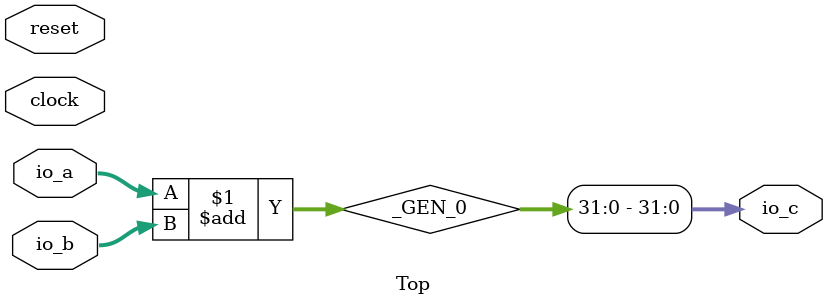
<source format=v>
module Top(
  input         clock,
  input         reset,
  input  [31:0] io_a,
  input  [31:0] io_b,
  output [31:0] io_c
);
  wire [32:0] _GEN_0 = io_a + io_b;
  assign io_c = _GEN_0[31:0];
endmodule

</source>
